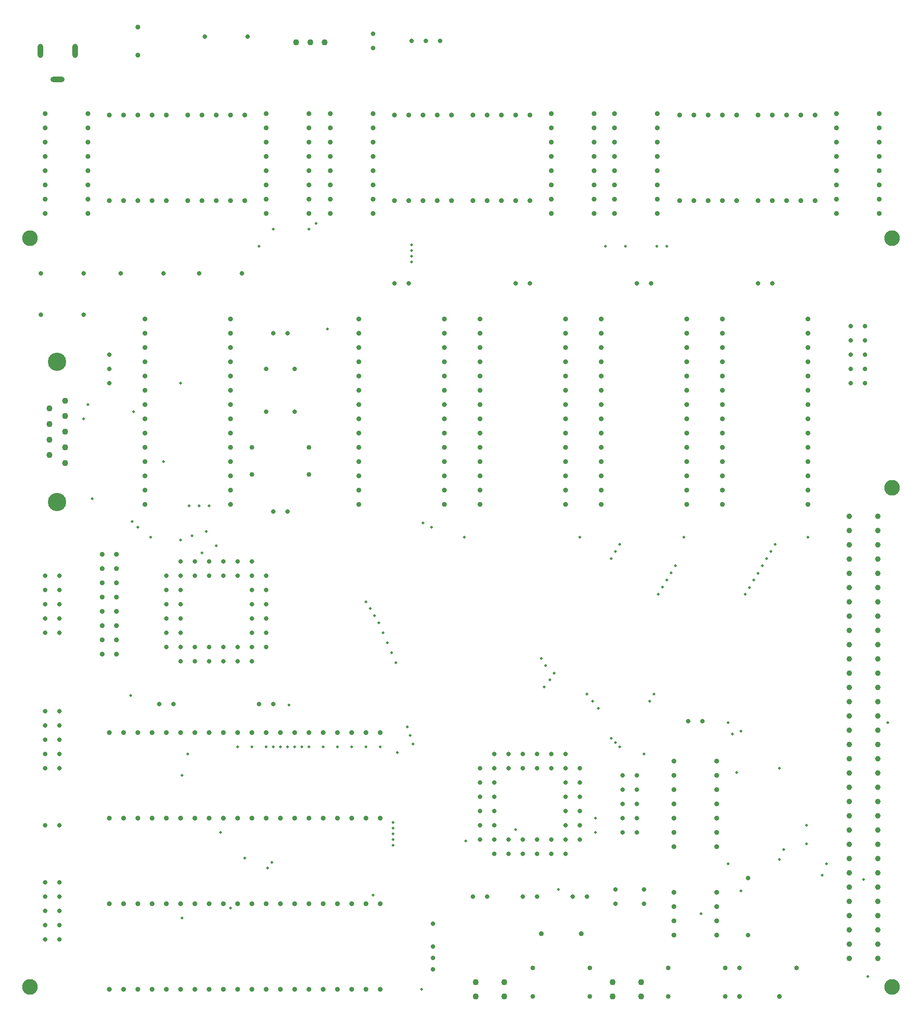
<source format=gbr>
From 43be150dc6e84f6f6eeb071cd3cdb7fc21125d60 Mon Sep 17 00:00:00 2001
From: Nao Pross <naopross@thearcway.org>
Date: Tue, 30 Oct 2018 11:41:24 +0100
Subject: Move sw to sw-old and hw to hw-altium, add kicad files

---
 .../GerberX2/MainBoard_PTH_Drill.gbr               | 1762 ++++++++++++++++++++
 1 file changed, 1762 insertions(+)
 create mode 100644 hw-altium/Project Outputs for z80uPC/GerberX2/MainBoard_PTH_Drill.gbr

(limited to 'hw-altium/Project Outputs for z80uPC/GerberX2/MainBoard_PTH_Drill.gbr')

diff --git a/hw-altium/Project Outputs for z80uPC/GerberX2/MainBoard_PTH_Drill.gbr b/hw-altium/Project Outputs for z80uPC/GerberX2/MainBoard_PTH_Drill.gbr
new file mode 100644
index 0000000..e859536
--- /dev/null
+++ b/hw-altium/Project Outputs for z80uPC/GerberX2/MainBoard_PTH_Drill.gbr	
@@ -0,0 +1,1762 @@
+G04 Layer_Color=0*
+%FSLAX26Y26*%
+%MOIN*%
+%TF.FileFunction,Plated,1,4,PTH,Drill*%
+%TF.Part,Single*%
+G01*
+G75*
+%TA.AperFunction,ComponentDrill*%
+%ADD67O,0.039370X0.100000*%
+%ADD68O,0.039370X0.100000*%
+%ADD69O,0.100000X0.039370*%
+%ADD70C,0.128346*%
+%ADD71C,0.042913*%
+%ADD72C,0.033465*%
+%ADD73C,0.035433*%
+%ADD74C,0.031496*%
+%ADD75C,0.043307*%
+%ADD76C,0.031496*%
+%ADD77C,0.035433*%
+%ADD78C,0.035433*%
+%ADD79C,0.035433*%
+%ADD80C,0.039370*%
+%ADD81C,0.110236*%
+%TA.AperFunction,OtherDrill,Pad Free-BL (141.732mil,218.504mil)*%
+%ADD82C,0.110236*%
+%TA.AperFunction,OtherDrill,Pad Free-TR (6190.551mil,5468.504mil)*%
+%ADD83C,0.110236*%
+%TA.AperFunction,OtherDrill,Pad Free-TL (141.732mil,5468.504mil)*%
+%ADD84C,0.110236*%
+%TA.AperFunction,ViaDrill,NotFilled*%
+%ADD85C,0.019685*%
+D67*
+X215276Y6780630D02*
+D03*
+D68*
+X459370Y6780787D02*
+D03*
+D69*
+X335000Y6580000D02*
+D03*
+D70*
+X334016Y4601929D02*
+D03*
+Y3618071D02*
+D03*
+D71*
+X389921Y3891890D02*
+D03*
+X278110Y3946417D02*
+D03*
+X389921Y4000945D02*
+D03*
+X278110Y4055472D02*
+D03*
+X389921Y4110000D02*
+D03*
+X278110Y4164528D02*
+D03*
+X389921Y4219055D02*
+D03*
+X278110Y4273583D02*
+D03*
+X389921Y4328110D02*
+D03*
+D72*
+X3670000Y150000D02*
+D03*
+X4070000D02*
+D03*
+X5020000D02*
+D03*
+X4620000D02*
+D03*
+X3670000Y350000D02*
+D03*
+X4070000D02*
+D03*
+X5020000D02*
+D03*
+X4620000D02*
+D03*
+X5520000D02*
+D03*
+X5120000D02*
+D03*
+X2100000Y4000000D02*
+D03*
+X1700000D02*
+D03*
+X2100000Y3810000D02*
+D03*
+X1700000D02*
+D03*
+D73*
+X5399764Y150000D02*
+D03*
+X5120236D02*
+D03*
+X4009764Y590000D02*
+D03*
+X3730236D02*
+D03*
+X950000Y4900000D02*
+D03*
+Y4800000D02*
+D03*
+Y4700000D02*
+D03*
+Y4600000D02*
+D03*
+Y4500000D02*
+D03*
+Y4400000D02*
+D03*
+Y4300000D02*
+D03*
+Y4200000D02*
+D03*
+Y4100000D02*
+D03*
+Y4000000D02*
+D03*
+Y3900000D02*
+D03*
+Y3800000D02*
+D03*
+Y3700000D02*
+D03*
+Y3600000D02*
+D03*
+X1550000Y4900000D02*
+D03*
+Y4800000D02*
+D03*
+Y4700000D02*
+D03*
+Y4600000D02*
+D03*
+Y4500000D02*
+D03*
+Y4400000D02*
+D03*
+Y4300000D02*
+D03*
+Y4200000D02*
+D03*
+Y4100000D02*
+D03*
+Y4000000D02*
+D03*
+Y3900000D02*
+D03*
+Y3800000D02*
+D03*
+Y3700000D02*
+D03*
+Y3600000D02*
+D03*
+D74*
+X3600000Y850000D02*
+D03*
+X3700000D02*
+D03*
+X1150000Y2200000D02*
+D03*
+X1050000D02*
+D03*
+X3350000Y850000D02*
+D03*
+X3250000D02*
+D03*
+X4500000Y5150000D02*
+D03*
+X4400000D02*
+D03*
+X2800000D02*
+D03*
+X2700000D02*
+D03*
+X3650000D02*
+D03*
+X3550000D02*
+D03*
+X1850000Y2200000D02*
+D03*
+X1750000D02*
+D03*
+X4760000Y2080000D02*
+D03*
+X4860000D02*
+D03*
+X3950000Y850000D02*
+D03*
+X4050000D02*
+D03*
+X250000Y1350000D02*
+D03*
+X5350000Y5150000D02*
+D03*
+X5250000D02*
+D03*
+X1950000Y3550000D02*
+D03*
+X1850000D02*
+D03*
+X1400000Y2600000D02*
+D03*
+X1500000Y2500000D02*
+D03*
+Y2600000D02*
+D03*
+X1600000Y2500000D02*
+D03*
+Y2600000D02*
+D03*
+X1700000Y2500000D02*
+D03*
+X1800000Y2600000D02*
+D03*
+X1700000D02*
+D03*
+X1800000Y2700000D02*
+D03*
+X1700000D02*
+D03*
+X1800000Y2800000D02*
+D03*
+X1700000D02*
+D03*
+X1800000Y2900000D02*
+D03*
+X1700000D02*
+D03*
+X1800000Y3000000D02*
+D03*
+X1700000D02*
+D03*
+X1800000Y3100000D02*
+D03*
+X1700000Y3200000D02*
+D03*
+Y3100000D02*
+D03*
+X1600000Y3200000D02*
+D03*
+Y3100000D02*
+D03*
+X1500000Y3200000D02*
+D03*
+Y3100000D02*
+D03*
+X1400000Y3200000D02*
+D03*
+Y3100000D02*
+D03*
+X1200000Y3000000D02*
+D03*
+Y2900000D02*
+D03*
+Y3100000D02*
+D03*
+X1300000Y3200000D02*
+D03*
+Y3100000D02*
+D03*
+X1200000Y3200000D02*
+D03*
+X1300000Y2600000D02*
+D03*
+X1100000Y3100000D02*
+D03*
+X1300000Y2500000D02*
+D03*
+X1100000Y3000000D02*
+D03*
+Y2900000D02*
+D03*
+X1200000Y2800000D02*
+D03*
+Y2700000D02*
+D03*
+X1100000Y2800000D02*
+D03*
+X1200000Y2600000D02*
+D03*
+X1100000Y2700000D02*
+D03*
+Y2600000D02*
+D03*
+X1200000Y2500000D02*
+D03*
+X1400000D02*
+D03*
+X1330000Y5220000D02*
+D03*
+X1630000D02*
+D03*
+X780000D02*
+D03*
+X1080000D02*
+D03*
+X520000D02*
+D03*
+X220000D02*
+D03*
+Y4930000D02*
+D03*
+X520000D02*
+D03*
+X1850000Y4800000D02*
+D03*
+X1950000D02*
+D03*
+X2000000Y4550000D02*
+D03*
+X1800000D02*
+D03*
+X3020000Y6850000D02*
+D03*
+X2920000D02*
+D03*
+X2820000D02*
+D03*
+X1670000Y6880000D02*
+D03*
+X1370000D02*
+D03*
+X1800000Y4250000D02*
+D03*
+X2000000D02*
+D03*
+X3700000Y1750000D02*
+D03*
+X3600000Y1850000D02*
+D03*
+Y1750000D02*
+D03*
+X3500000Y1850000D02*
+D03*
+Y1750000D02*
+D03*
+X3400000Y1850000D02*
+D03*
+X3300000Y1750000D02*
+D03*
+X3400000D02*
+D03*
+X3300000Y1650000D02*
+D03*
+X3400000D02*
+D03*
+X3300000Y1550000D02*
+D03*
+X3400000D02*
+D03*
+X3300000Y1450000D02*
+D03*
+X3400000D02*
+D03*
+X3300000Y1350000D02*
+D03*
+X3400000D02*
+D03*
+X3300000Y1250000D02*
+D03*
+X3400000Y1150000D02*
+D03*
+Y1250000D02*
+D03*
+X3500000Y1150000D02*
+D03*
+Y1250000D02*
+D03*
+X3600000Y1150000D02*
+D03*
+Y1250000D02*
+D03*
+X3700000Y1150000D02*
+D03*
+Y1250000D02*
+D03*
+X3900000Y1350000D02*
+D03*
+Y1450000D02*
+D03*
+Y1250000D02*
+D03*
+X3800000Y1150000D02*
+D03*
+Y1250000D02*
+D03*
+X3900000Y1150000D02*
+D03*
+X3800000Y1750000D02*
+D03*
+X4000000Y1250000D02*
+D03*
+X3800000Y1850000D02*
+D03*
+X4000000Y1350000D02*
+D03*
+Y1450000D02*
+D03*
+X3900000Y1550000D02*
+D03*
+Y1650000D02*
+D03*
+X4000000Y1550000D02*
+D03*
+X3900000Y1750000D02*
+D03*
+X4000000Y1650000D02*
+D03*
+Y1750000D02*
+D03*
+X3900000Y1850000D02*
+D03*
+X3700000D02*
+D03*
+X350000Y1350000D02*
+D03*
+D75*
+X3470000Y250000D02*
+D03*
+X3270000D02*
+D03*
+Y150000D02*
+D03*
+X3470000D02*
+D03*
+X2010000Y6840000D02*
+D03*
+X2110000D02*
+D03*
+X4430000Y250000D02*
+D03*
+X4230000D02*
+D03*
+Y150000D02*
+D03*
+X4430000D02*
+D03*
+X2210000Y6840000D02*
+D03*
+D76*
+X4250000Y900000D02*
+D03*
+Y800000D02*
+D03*
+X4450000D02*
+D03*
+Y900000D02*
+D03*
+X700000Y4450000D02*
+D03*
+Y4550000D02*
+D03*
+Y4650000D02*
+D03*
+X350000Y2700000D02*
+D03*
+X250000D02*
+D03*
+X350000Y2800000D02*
+D03*
+X250000D02*
+D03*
+X350000Y2900000D02*
+D03*
+X250000D02*
+D03*
+X350000Y3000000D02*
+D03*
+X250000D02*
+D03*
+X350000Y3100000D02*
+D03*
+X250000D02*
+D03*
+Y2150000D02*
+D03*
+X350000D02*
+D03*
+X250000Y2050000D02*
+D03*
+X350000D02*
+D03*
+X250000Y1950000D02*
+D03*
+X350000D02*
+D03*
+X250000Y1850000D02*
+D03*
+X350000D02*
+D03*
+X250000Y1750000D02*
+D03*
+X350000D02*
+D03*
+X250000Y950000D02*
+D03*
+X350000D02*
+D03*
+X250000Y850000D02*
+D03*
+X350000D02*
+D03*
+X250000Y750000D02*
+D03*
+X350000D02*
+D03*
+X250000Y650000D02*
+D03*
+X350000D02*
+D03*
+X250000Y550000D02*
+D03*
+X350000D02*
+D03*
+X4400000Y1300000D02*
+D03*
+X4300000D02*
+D03*
+X4400000Y1400000D02*
+D03*
+X4300000D02*
+D03*
+X4400000Y1500000D02*
+D03*
+X4300000D02*
+D03*
+X4400000Y1600000D02*
+D03*
+X4300000D02*
+D03*
+X4400000Y1700000D02*
+D03*
+X4300000D02*
+D03*
+X2550000Y6900000D02*
+D03*
+Y6800000D02*
+D03*
+X5180000Y980000D02*
+D03*
+Y580000D02*
+D03*
+X6000000Y4450000D02*
+D03*
+X5900000D02*
+D03*
+X6000000Y4550000D02*
+D03*
+X5900000D02*
+D03*
+X6000000Y4650000D02*
+D03*
+X5900000D02*
+D03*
+X6000000Y4750000D02*
+D03*
+X5900000D02*
+D03*
+X6000000Y4850000D02*
+D03*
+X5900000D02*
+D03*
+X2970000Y660000D02*
+D03*
+Y500000D02*
+D03*
+Y420000D02*
+D03*
+Y340000D02*
+D03*
+D77*
+X4150000Y4900000D02*
+D03*
+Y4800000D02*
+D03*
+Y4700000D02*
+D03*
+Y4600000D02*
+D03*
+Y4500000D02*
+D03*
+Y4400000D02*
+D03*
+Y4300000D02*
+D03*
+Y4200000D02*
+D03*
+Y4100000D02*
+D03*
+Y4000000D02*
+D03*
+Y3900000D02*
+D03*
+Y3800000D02*
+D03*
+Y3700000D02*
+D03*
+Y3600000D02*
+D03*
+X4750000Y4900000D02*
+D03*
+Y4800000D02*
+D03*
+Y4700000D02*
+D03*
+Y4600000D02*
+D03*
+Y4500000D02*
+D03*
+Y4400000D02*
+D03*
+Y4300000D02*
+D03*
+Y4200000D02*
+D03*
+Y4100000D02*
+D03*
+Y4000000D02*
+D03*
+Y3900000D02*
+D03*
+Y3800000D02*
+D03*
+Y3700000D02*
+D03*
+Y3600000D02*
+D03*
+X2450000Y4900000D02*
+D03*
+Y4800000D02*
+D03*
+Y4700000D02*
+D03*
+Y4600000D02*
+D03*
+Y4500000D02*
+D03*
+Y4400000D02*
+D03*
+Y4300000D02*
+D03*
+Y4200000D02*
+D03*
+Y4100000D02*
+D03*
+Y4000000D02*
+D03*
+Y3900000D02*
+D03*
+Y3800000D02*
+D03*
+Y3700000D02*
+D03*
+Y3600000D02*
+D03*
+X3050000Y4900000D02*
+D03*
+Y4800000D02*
+D03*
+Y4700000D02*
+D03*
+Y4600000D02*
+D03*
+Y4500000D02*
+D03*
+Y4400000D02*
+D03*
+Y4300000D02*
+D03*
+Y4200000D02*
+D03*
+Y4100000D02*
+D03*
+Y4000000D02*
+D03*
+Y3900000D02*
+D03*
+Y3800000D02*
+D03*
+Y3700000D02*
+D03*
+Y3600000D02*
+D03*
+X5000000Y4900000D02*
+D03*
+Y4800000D02*
+D03*
+Y4700000D02*
+D03*
+Y4600000D02*
+D03*
+Y4500000D02*
+D03*
+Y4400000D02*
+D03*
+Y4300000D02*
+D03*
+Y4200000D02*
+D03*
+Y4100000D02*
+D03*
+Y4000000D02*
+D03*
+Y3900000D02*
+D03*
+Y3800000D02*
+D03*
+Y3700000D02*
+D03*
+Y3600000D02*
+D03*
+X5600000Y4900000D02*
+D03*
+Y4800000D02*
+D03*
+Y4700000D02*
+D03*
+Y4600000D02*
+D03*
+Y4500000D02*
+D03*
+Y4400000D02*
+D03*
+Y4300000D02*
+D03*
+Y4200000D02*
+D03*
+Y4100000D02*
+D03*
+Y4000000D02*
+D03*
+Y3900000D02*
+D03*
+Y3800000D02*
+D03*
+Y3700000D02*
+D03*
+Y3600000D02*
+D03*
+X6100000Y5640000D02*
+D03*
+Y5740000D02*
+D03*
+Y5840000D02*
+D03*
+Y5940000D02*
+D03*
+Y6040000D02*
+D03*
+Y6140000D02*
+D03*
+Y6240000D02*
+D03*
+Y6340000D02*
+D03*
+X5800000Y5640000D02*
+D03*
+Y5740000D02*
+D03*
+Y5840000D02*
+D03*
+Y5940000D02*
+D03*
+Y6040000D02*
+D03*
+Y6140000D02*
+D03*
+Y6240000D02*
+D03*
+Y6340000D02*
+D03*
+X4541762Y5640000D02*
+D03*
+Y5740000D02*
+D03*
+Y5840000D02*
+D03*
+Y5940000D02*
+D03*
+Y6040000D02*
+D03*
+Y6140000D02*
+D03*
+Y6240000D02*
+D03*
+Y6340000D02*
+D03*
+X4241762Y5640000D02*
+D03*
+Y5740000D02*
+D03*
+Y5840000D02*
+D03*
+Y5940000D02*
+D03*
+Y6040000D02*
+D03*
+Y6140000D02*
+D03*
+Y6240000D02*
+D03*
+Y6340000D02*
+D03*
+X2100000Y5640000D02*
+D03*
+Y5740000D02*
+D03*
+Y5840000D02*
+D03*
+Y5940000D02*
+D03*
+Y6040000D02*
+D03*
+Y6140000D02*
+D03*
+Y6240000D02*
+D03*
+Y6340000D02*
+D03*
+X1800000Y5640000D02*
+D03*
+Y5740000D02*
+D03*
+Y5840000D02*
+D03*
+Y5940000D02*
+D03*
+Y6040000D02*
+D03*
+Y6140000D02*
+D03*
+Y6240000D02*
+D03*
+Y6340000D02*
+D03*
+X550000Y5640000D02*
+D03*
+Y5740000D02*
+D03*
+Y5840000D02*
+D03*
+Y5940000D02*
+D03*
+Y6040000D02*
+D03*
+Y6140000D02*
+D03*
+Y6240000D02*
+D03*
+Y6340000D02*
+D03*
+X250000Y5640000D02*
+D03*
+Y5740000D02*
+D03*
+Y5840000D02*
+D03*
+Y5940000D02*
+D03*
+Y6040000D02*
+D03*
+Y6140000D02*
+D03*
+Y6240000D02*
+D03*
+Y6340000D02*
+D03*
+X4100000Y5640000D02*
+D03*
+Y5740000D02*
+D03*
+Y5840000D02*
+D03*
+Y5940000D02*
+D03*
+Y6040000D02*
+D03*
+Y6140000D02*
+D03*
+Y6240000D02*
+D03*
+Y6340000D02*
+D03*
+X3800000Y5640000D02*
+D03*
+Y5740000D02*
+D03*
+Y5840000D02*
+D03*
+Y5940000D02*
+D03*
+Y6040000D02*
+D03*
+Y6140000D02*
+D03*
+Y6240000D02*
+D03*
+Y6340000D02*
+D03*
+X2550000Y5640000D02*
+D03*
+Y5740000D02*
+D03*
+Y5840000D02*
+D03*
+Y5940000D02*
+D03*
+Y6040000D02*
+D03*
+Y6140000D02*
+D03*
+Y6240000D02*
+D03*
+Y6340000D02*
+D03*
+X2250000Y5640000D02*
+D03*
+Y5740000D02*
+D03*
+Y5840000D02*
+D03*
+Y5940000D02*
+D03*
+Y6040000D02*
+D03*
+Y6140000D02*
+D03*
+Y6240000D02*
+D03*
+Y6340000D02*
+D03*
+X3300000Y4900000D02*
+D03*
+Y4800000D02*
+D03*
+Y4700000D02*
+D03*
+Y4600000D02*
+D03*
+Y4500000D02*
+D03*
+Y4400000D02*
+D03*
+Y4300000D02*
+D03*
+Y4200000D02*
+D03*
+Y4100000D02*
+D03*
+Y4000000D02*
+D03*
+Y3900000D02*
+D03*
+Y3800000D02*
+D03*
+Y3700000D02*
+D03*
+Y3600000D02*
+D03*
+X3900000Y4900000D02*
+D03*
+Y4800000D02*
+D03*
+Y4700000D02*
+D03*
+Y4600000D02*
+D03*
+Y4500000D02*
+D03*
+Y4400000D02*
+D03*
+Y4300000D02*
+D03*
+Y4200000D02*
+D03*
+Y4100000D02*
+D03*
+Y4000000D02*
+D03*
+Y3900000D02*
+D03*
+Y3800000D02*
+D03*
+Y3700000D02*
+D03*
+Y3600000D02*
+D03*
+X4960000Y580000D02*
+D03*
+Y680000D02*
+D03*
+Y780000D02*
+D03*
+Y880000D02*
+D03*
+X4660000Y580000D02*
+D03*
+Y680000D02*
+D03*
+Y780000D02*
+D03*
+Y880000D02*
+D03*
+X4960000Y1200000D02*
+D03*
+Y1300000D02*
+D03*
+Y1400000D02*
+D03*
+Y1500000D02*
+D03*
+Y1600000D02*
+D03*
+Y1700000D02*
+D03*
+Y1800000D02*
+D03*
+X4660000Y1200000D02*
+D03*
+Y1300000D02*
+D03*
+Y1400000D02*
+D03*
+Y1500000D02*
+D03*
+Y1600000D02*
+D03*
+Y1700000D02*
+D03*
+Y1800000D02*
+D03*
+D78*
+X2600000Y800000D02*
+D03*
+X2500000D02*
+D03*
+X2400000D02*
+D03*
+X2300000D02*
+D03*
+X2200000D02*
+D03*
+X2100000D02*
+D03*
+X2000000D02*
+D03*
+X1900000D02*
+D03*
+X1800000D02*
+D03*
+X1700000D02*
+D03*
+X1600000D02*
+D03*
+X1500000D02*
+D03*
+X1400000D02*
+D03*
+X1300000D02*
+D03*
+X1200000D02*
+D03*
+X1100000D02*
+D03*
+X1000000D02*
+D03*
+X900000D02*
+D03*
+X800000D02*
+D03*
+X700000D02*
+D03*
+X2600000Y200000D02*
+D03*
+X2500000D02*
+D03*
+X2400000D02*
+D03*
+X2300000D02*
+D03*
+X2200000D02*
+D03*
+X2100000D02*
+D03*
+X2000000D02*
+D03*
+X1900000D02*
+D03*
+X1800000D02*
+D03*
+X1700000D02*
+D03*
+X1600000D02*
+D03*
+X1500000D02*
+D03*
+X1400000D02*
+D03*
+X1300000D02*
+D03*
+X1200000D02*
+D03*
+X1100000D02*
+D03*
+X1000000D02*
+D03*
+X900000D02*
+D03*
+X800000D02*
+D03*
+X700000D02*
+D03*
+X2600000Y2000000D02*
+D03*
+X2500000D02*
+D03*
+X2400000D02*
+D03*
+X2300000D02*
+D03*
+X2200000D02*
+D03*
+X2100000D02*
+D03*
+X2000000D02*
+D03*
+X1900000D02*
+D03*
+X1800000D02*
+D03*
+X1700000D02*
+D03*
+X1600000D02*
+D03*
+X1500000D02*
+D03*
+X1400000D02*
+D03*
+X1300000D02*
+D03*
+X1200000D02*
+D03*
+X1100000D02*
+D03*
+X1000000D02*
+D03*
+X900000D02*
+D03*
+X800000D02*
+D03*
+X700000D02*
+D03*
+X2600000Y1400000D02*
+D03*
+X2500000D02*
+D03*
+X2400000D02*
+D03*
+X2300000D02*
+D03*
+X2200000D02*
+D03*
+X2100000D02*
+D03*
+X2000000D02*
+D03*
+X1900000D02*
+D03*
+X1800000D02*
+D03*
+X1700000D02*
+D03*
+X1600000D02*
+D03*
+X1500000D02*
+D03*
+X1400000D02*
+D03*
+X1300000D02*
+D03*
+X1200000D02*
+D03*
+X1100000D02*
+D03*
+X1000000D02*
+D03*
+X900000D02*
+D03*
+X800000D02*
+D03*
+X700000D02*
+D03*
+D79*
+X5250000Y5730000D02*
+D03*
+X5350000D02*
+D03*
+X5450000D02*
+D03*
+X5550000D02*
+D03*
+X5650000D02*
+D03*
+X5250000Y6330000D02*
+D03*
+X5350000D02*
+D03*
+X5450000D02*
+D03*
+X5550000D02*
+D03*
+X5650000D02*
+D03*
+X4700000Y5730000D02*
+D03*
+X4800000D02*
+D03*
+X4900000D02*
+D03*
+X5000000D02*
+D03*
+X5100000D02*
+D03*
+X4700000Y6330000D02*
+D03*
+X4800000D02*
+D03*
+X4900000D02*
+D03*
+X5000000D02*
+D03*
+X5100000D02*
+D03*
+X1250000Y5730000D02*
+D03*
+X1350000D02*
+D03*
+X1450000D02*
+D03*
+X1550000D02*
+D03*
+X1650000D02*
+D03*
+X1250000Y6330000D02*
+D03*
+X1350000D02*
+D03*
+X1450000D02*
+D03*
+X1550000D02*
+D03*
+X1650000D02*
+D03*
+X700000Y5730000D02*
+D03*
+X800000D02*
+D03*
+X900000D02*
+D03*
+X1000000D02*
+D03*
+X1100000D02*
+D03*
+X700000Y6330000D02*
+D03*
+X800000D02*
+D03*
+X900000D02*
+D03*
+X1000000D02*
+D03*
+X1100000D02*
+D03*
+X3250000Y5730000D02*
+D03*
+X3350000D02*
+D03*
+X3450000D02*
+D03*
+X3550000D02*
+D03*
+X3650000D02*
+D03*
+X3250000Y6330000D02*
+D03*
+X3350000D02*
+D03*
+X3450000D02*
+D03*
+X3550000D02*
+D03*
+X3650000D02*
+D03*
+X2700000Y5730000D02*
+D03*
+X2800000D02*
+D03*
+X2900000D02*
+D03*
+X3000000D02*
+D03*
+X3100000D02*
+D03*
+X2700000Y6330000D02*
+D03*
+X2800000D02*
+D03*
+X2900000D02*
+D03*
+X3000000D02*
+D03*
+X3100000D02*
+D03*
+X650000Y3250000D02*
+D03*
+X750000D02*
+D03*
+X650000Y3150000D02*
+D03*
+X750000D02*
+D03*
+X650000Y3050000D02*
+D03*
+X750000D02*
+D03*
+X650000Y2950000D02*
+D03*
+X750000D02*
+D03*
+X650000Y2850000D02*
+D03*
+X750000D02*
+D03*
+X650000Y2750000D02*
+D03*
+X750000D02*
+D03*
+X650000Y2650000D02*
+D03*
+X750000D02*
+D03*
+X650000Y2550000D02*
+D03*
+X750000D02*
+D03*
+X900000Y6948425D02*
+D03*
+Y6751575D02*
+D03*
+D80*
+X5890551Y3418504D02*
+D03*
+Y3118504D02*
+D03*
+Y2818504D02*
+D03*
+Y2518504D02*
+D03*
+X6090551Y518504D02*
+D03*
+X5890551Y3518504D02*
+D03*
+Y3318504D02*
+D03*
+Y3218504D02*
+D03*
+Y3018504D02*
+D03*
+Y2918504D02*
+D03*
+Y2718504D02*
+D03*
+Y2618504D02*
+D03*
+Y2418504D02*
+D03*
+X6090551Y3518504D02*
+D03*
+Y3318504D02*
+D03*
+Y3218504D02*
+D03*
+Y3018504D02*
+D03*
+Y2918504D02*
+D03*
+Y2718504D02*
+D03*
+Y2618504D02*
+D03*
+Y2418504D02*
+D03*
+X5890551Y418504D02*
+D03*
+Y618504D02*
+D03*
+Y718504D02*
+D03*
+Y918504D02*
+D03*
+Y1018504D02*
+D03*
+Y1218504D02*
+D03*
+Y1318504D02*
+D03*
+Y1518504D02*
+D03*
+X6090551Y418504D02*
+D03*
+Y618504D02*
+D03*
+Y718504D02*
+D03*
+Y918504D02*
+D03*
+Y1018504D02*
+D03*
+Y1218504D02*
+D03*
+Y1318504D02*
+D03*
+Y1518504D02*
+D03*
+X5890551Y1618504D02*
+D03*
+Y1718504D02*
+D03*
+Y1818504D02*
+D03*
+Y1918504D02*
+D03*
+Y2018504D02*
+D03*
+Y2118504D02*
+D03*
+Y2218504D02*
+D03*
+Y2318504D02*
+D03*
+X6090551Y1618504D02*
+D03*
+Y1718504D02*
+D03*
+Y1818504D02*
+D03*
+Y1918504D02*
+D03*
+Y2018504D02*
+D03*
+Y2118504D02*
+D03*
+Y2218504D02*
+D03*
+Y2318504D02*
+D03*
+Y3418504D02*
+D03*
+Y3118504D02*
+D03*
+Y2818504D02*
+D03*
+Y2518504D02*
+D03*
+Y1418504D02*
+D03*
+Y1118504D02*
+D03*
+Y818504D02*
+D03*
+X5890551Y518504D02*
+D03*
+Y818504D02*
+D03*
+Y1118504D02*
+D03*
+Y1418504D02*
+D03*
+D81*
+X6190551Y218504D02*
+D03*
+Y3718504D02*
+D03*
+D82*
+X141732Y218504D02*
+D03*
+D83*
+X6190551Y5468504D02*
+D03*
+D84*
+X141732D02*
+D03*
+D85*
+X3850000Y900000D02*
+D03*
+X1550000Y770000D02*
+D03*
+X1480000Y1300000D02*
+D03*
+X2690000Y1370000D02*
+D03*
+Y1330000D02*
+D03*
+Y1290000D02*
+D03*
+Y1250000D02*
+D03*
+Y1210000D02*
+D03*
+X3200000Y1240000D02*
+D03*
+X1810000Y1050000D02*
+D03*
+X1840000Y1090000D02*
+D03*
+X2890000Y200000D02*
+D03*
+X1650000Y1120000D02*
+D03*
+X5370000Y3320000D02*
+D03*
+X5340000Y3270000D02*
+D03*
+X5310000Y3220000D02*
+D03*
+X5280000Y3170000D02*
+D03*
+X5250000Y3118504D02*
+D03*
+X5220000Y3070000D02*
+D03*
+X5160000Y2970000D02*
+D03*
+X5190000Y3018504D02*
+D03*
+X4490000Y2220000D02*
+D03*
+X4520000Y2270000D02*
+D03*
+X4110000Y1400000D02*
+D03*
+Y1300000D02*
+D03*
+X4670000Y3170000D02*
+D03*
+X4640000Y3120000D02*
+D03*
+X4610000Y3070000D02*
+D03*
+X4580000Y3020000D02*
+D03*
+X4550000Y2970000D02*
+D03*
+X4280000Y3320000D02*
+D03*
+X4250000Y3270000D02*
+D03*
+X4220000Y3220000D02*
+D03*
+X2550000Y860000D02*
+D03*
+X2050000Y1900000D02*
+D03*
+X1950000D02*
+D03*
+X1850000D02*
+D03*
+X4850000Y730000D02*
+D03*
+X1080000Y3900000D02*
+D03*
+X580000Y3640000D02*
+D03*
+X2960000Y3440000D02*
+D03*
+X2900000Y3470000D02*
+D03*
+X1960000Y2192500D02*
+D03*
+X2600000Y1900000D02*
+D03*
+X2500000D02*
+D03*
+X2400000D02*
+D03*
+X2300000D02*
+D03*
+X2200000D02*
+D03*
+X2100000D02*
+D03*
+X2000000D02*
+D03*
+X1900000D02*
+D03*
+X1800000D02*
+D03*
+X1700000D02*
+D03*
+X1600000D02*
+D03*
+X3730000Y2520000D02*
+D03*
+X3760000Y2470000D02*
+D03*
+X2710000Y2490000D02*
+D03*
+X2680000Y2560000D02*
+D03*
+X2650000Y2630000D02*
+D03*
+X2620000Y2700000D02*
+D03*
+X2590000Y2770000D02*
+D03*
+X2560000Y2820000D02*
+D03*
+X2530000Y2870000D02*
+D03*
+X2500000Y2918504D02*
+D03*
+X3790000Y2370000D02*
+D03*
+X3820000Y2418504D02*
+D03*
+X1450000Y3310000D02*
+D03*
+X1350000Y3260000D02*
+D03*
+X860000Y3480000D02*
+D03*
+X1260000Y3590000D02*
+D03*
+X1330000D02*
+D03*
+X1200000Y4450000D02*
+D03*
+X900000Y3440000D02*
+D03*
+X550000Y4300000D02*
+D03*
+X520000Y4200000D02*
+D03*
+X990000Y3370000D02*
+D03*
+X1400000Y3590000D02*
+D03*
+X870000Y4250000D02*
+D03*
+X2150000Y5570000D02*
+D03*
+X2100000Y5530000D02*
+D03*
+X2820000Y5380000D02*
+D03*
+X1850000Y5530000D02*
+D03*
+X2820000Y5340000D02*
+D03*
+Y5300000D02*
+D03*
+X1750000Y5410000D02*
+D03*
+X2820000Y5420000D02*
+D03*
+X4450000Y1850000D02*
+D03*
+X4050000Y2270000D02*
+D03*
+X4090000Y2220000D02*
+D03*
+X4130000Y2170000D02*
+D03*
+X4220000Y1960000D02*
+D03*
+X4250000Y1930000D02*
+D03*
+X4280000Y1900000D02*
+D03*
+X3750000Y2320000D02*
+D03*
+X1250000Y1850000D02*
+D03*
+X850000Y2260000D02*
+D03*
+X1210000Y700000D02*
+D03*
+Y1700000D02*
+D03*
+X1200000Y3350000D02*
+D03*
+X1280000Y3380000D02*
+D03*
+X1380000Y3410000D02*
+D03*
+X5070000Y1990000D02*
+D03*
+X5130000Y2010000D02*
+D03*
+X5100000Y1720000D02*
+D03*
+X5590000Y1350000D02*
+D03*
+Y1220000D02*
+D03*
+X2230000Y4830000D02*
+D03*
+X6020000Y290000D02*
+D03*
+X5400000Y1750000D02*
+D03*
+X5700000Y1000000D02*
+D03*
+X5990000Y970000D02*
+D03*
+X5730000Y1080000D02*
+D03*
+X5400000Y1110000D02*
+D03*
+X5430000Y1180000D02*
+D03*
+X5040000Y1080000D02*
+D03*
+Y2070236D02*
+D03*
+X6160000Y2070000D02*
+D03*
+X4000000Y3370000D02*
+D03*
+X3190000D02*
+D03*
+X3550000Y1320000D02*
+D03*
+X2720000Y1860000D02*
+D03*
+X4730000Y3370000D02*
+D03*
+X5600000D02*
+D03*
+X5130000Y890000D02*
+D03*
+X4180000Y5410000D02*
+D03*
+X4320000D02*
+D03*
+X4540000D02*
+D03*
+X4610000D02*
+D03*
+X2830000Y1920000D02*
+D03*
+X2810000Y1980000D02*
+D03*
+X2790000Y2040000D02*
+D03*
+%TF.MD5,835C6D4B34A73BB92C48860C7115CF49*%
+M02*
-- 
cgit v1.2.1


</source>
